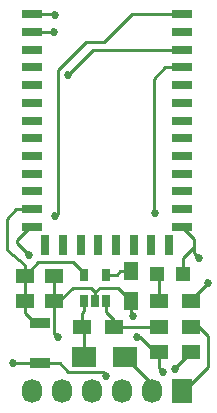
<source format=gtl>
%TF.GenerationSoftware,KiCad,Pcbnew,4.0.7-e2-6376~58~ubuntu16.04.1*%
%TF.CreationDate,2018-01-20T15:49:45+01:00*%
%TF.ProjectId,Modulo_bluetooth,4D6F64756C6F5F626C7565746F6F7468,rev?*%
%TF.FileFunction,Copper,L1,Top,Signal*%
%FSLAX46Y46*%
G04 Gerber Fmt 4.6, Leading zero omitted, Abs format (unit mm)*
G04 Created by KiCad (PCBNEW 4.0.7-e2-6376~58~ubuntu16.04.1) date Sat Jan 20 15:49:45 2018*
%MOMM*%
%LPD*%
G01*
G04 APERTURE LIST*
%ADD10C,0.100000*%
%ADD11R,1.800000X0.800000*%
%ADD12R,0.800000X1.800000*%
%ADD13R,1.727200X2.032000*%
%ADD14O,1.727200X2.032000*%
%ADD15R,1.250000X1.500000*%
%ADD16R,1.500000X1.250000*%
%ADD17R,2.100580X1.699260*%
%ADD18R,1.200000X1.200000*%
%ADD19R,1.500000X1.300000*%
%ADD20R,1.700000X0.900000*%
%ADD21R,0.650000X1.060000*%
%ADD22C,0.685800*%
%ADD23C,0.254000*%
G04 APERTURE END LIST*
D10*
D11*
X2794000Y-1620000D03*
X2794000Y-3120000D03*
X2794000Y-4620000D03*
X2794000Y-6120000D03*
X2794000Y-7620000D03*
X2794000Y-9120000D03*
X2794000Y-10620000D03*
X2794000Y-12120000D03*
X2794000Y-13620000D03*
X2794000Y-15120000D03*
X2794000Y-16620000D03*
X2794000Y-18120000D03*
X2794000Y-19620000D03*
D12*
X3894000Y-21120000D03*
X5394000Y-21120000D03*
X6894000Y-21120000D03*
X8394000Y-21120000D03*
X9894000Y-21120000D03*
X11394000Y-21120000D03*
X12894000Y-21120000D03*
X14394000Y-21120000D03*
D11*
X15494000Y-19620000D03*
X15494000Y-18120000D03*
X15494000Y-16620000D03*
X15494000Y-15120000D03*
X15494000Y-13620000D03*
X15494000Y-12120000D03*
X15494000Y-10620000D03*
X15494000Y-9120000D03*
X15494000Y-7620000D03*
X15494000Y-6120000D03*
X15494000Y-4620000D03*
X15494000Y-3120000D03*
X15494000Y-1620000D03*
D13*
X15494000Y-33528000D03*
D14*
X12954000Y-33528000D03*
X10414000Y-33528000D03*
X7874000Y-33528000D03*
X5334000Y-33528000D03*
X2794000Y-33528000D03*
D15*
X11176000Y-23388000D03*
X11176000Y-25888000D03*
D16*
X2179000Y-23749000D03*
X4679000Y-23749000D03*
X2179000Y-25908000D03*
X4679000Y-25908000D03*
D17*
X10619740Y-30607000D03*
X7160260Y-30607000D03*
D18*
X13378000Y-23622000D03*
X15578000Y-23622000D03*
D19*
X13509000Y-28067000D03*
X16209000Y-28067000D03*
X9732000Y-28067000D03*
X7032000Y-28067000D03*
X13509000Y-30226000D03*
X16209000Y-30226000D03*
X13509000Y-25908000D03*
X16209000Y-25908000D03*
D20*
X3429000Y-31164000D03*
X3429000Y-27764000D03*
D21*
X7178000Y-25865000D03*
X8128000Y-25865000D03*
X9078000Y-25865000D03*
X9078000Y-23665000D03*
X7178000Y-23665000D03*
D22*
X2540000Y-21971000D03*
X4953000Y-28956000D03*
X11303000Y-27178000D03*
X13843000Y-31877000D03*
X11684000Y-28956000D03*
X16891000Y-22225000D03*
X4699000Y-1651000D03*
X4627000Y-3120000D03*
X5842000Y-6731000D03*
X14859000Y-31623000D03*
X9017000Y-32258000D03*
X1143000Y-31115000D03*
X4699000Y-18669000D03*
X17653000Y-24384000D03*
X13208000Y-18415000D03*
D23*
X9078000Y-23665000D02*
X9990000Y-23665000D01*
X10267000Y-23388000D02*
X11176000Y-23388000D01*
X9990000Y-23665000D02*
X10267000Y-23388000D01*
X2794000Y-19620000D02*
X2605000Y-19620000D01*
X2605000Y-19620000D02*
X1524000Y-20701000D01*
X1524000Y-20701000D02*
X1524000Y-20955000D01*
X1524000Y-20955000D02*
X2540000Y-21971000D01*
X4953000Y-28956000D02*
X4679000Y-28682000D01*
X4679000Y-28682000D02*
X4679000Y-25908000D01*
X11176000Y-27051000D02*
X11176000Y-25888000D01*
X11303000Y-27178000D02*
X11176000Y-27051000D01*
X8128000Y-25865000D02*
X8128000Y-25146000D01*
X8128000Y-25146000D02*
X8509000Y-24765000D01*
X8509000Y-24765000D02*
X10053000Y-24765000D01*
X10053000Y-24765000D02*
X11176000Y-25888000D01*
X13843000Y-31877000D02*
X13509000Y-31543000D01*
X13509000Y-31543000D02*
X13509000Y-30226000D01*
X13509000Y-30226000D02*
X13208000Y-30226000D01*
X13208000Y-30226000D02*
X11938000Y-28956000D01*
X11938000Y-28956000D02*
X11684000Y-28956000D01*
X16891000Y-22225000D02*
X16510000Y-21844000D01*
X16510000Y-21844000D02*
X16510000Y-20955000D01*
X15578000Y-23622000D02*
X15578000Y-22268000D01*
X16510000Y-21336000D02*
X16510000Y-20955000D01*
X16510000Y-20955000D02*
X16510000Y-20636000D01*
X15578000Y-22268000D02*
X16510000Y-21336000D01*
X4679000Y-25908000D02*
X5080000Y-25908000D01*
X5080000Y-25908000D02*
X6223000Y-24765000D01*
X7747000Y-24765000D02*
X8128000Y-25146000D01*
X6223000Y-24765000D02*
X7747000Y-24765000D01*
X4679000Y-25908000D02*
X4679000Y-23749000D01*
X16510000Y-20636000D02*
X15494000Y-19620000D01*
X7178000Y-23665000D02*
X7178000Y-23561000D01*
X7178000Y-23561000D02*
X6223000Y-22606000D01*
X6223000Y-22606000D02*
X3322000Y-22606000D01*
X3322000Y-22606000D02*
X2179000Y-23749000D01*
X2179000Y-23749000D02*
X2179000Y-22880000D01*
X1438000Y-18120000D02*
X2794000Y-18120000D01*
X635000Y-18923000D02*
X1438000Y-18120000D01*
X635000Y-21590000D02*
X635000Y-18923000D01*
X2179000Y-22880000D02*
X635000Y-21590000D01*
X2179000Y-25908000D02*
X2179000Y-23749000D01*
X3429000Y-27764000D02*
X2999000Y-27764000D01*
X2999000Y-27764000D02*
X2179000Y-26944000D01*
X2179000Y-26944000D02*
X2179000Y-25908000D01*
X10619740Y-30607000D02*
X10668000Y-30607000D01*
X10668000Y-30607000D02*
X12954000Y-32893000D01*
X12954000Y-32893000D02*
X12954000Y-33528000D01*
X7160260Y-30607000D02*
X7160260Y-28195260D01*
X7160260Y-28195260D02*
X7032000Y-28067000D01*
X7032000Y-28067000D02*
X7032000Y-26877000D01*
X7178000Y-26731000D02*
X7178000Y-25865000D01*
X7032000Y-26877000D02*
X7178000Y-26731000D01*
X13509000Y-25908000D02*
X13509000Y-23753000D01*
X13509000Y-23753000D02*
X13378000Y-23622000D01*
X15494000Y-33528000D02*
X15621000Y-33528000D01*
X15621000Y-33528000D02*
X17653000Y-31496000D01*
X17653000Y-31496000D02*
X17653000Y-28829000D01*
X17653000Y-28829000D02*
X16891000Y-28067000D01*
X16891000Y-28067000D02*
X16209000Y-28067000D01*
X4668000Y-1620000D02*
X2794000Y-1620000D01*
X4699000Y-1651000D02*
X4668000Y-1620000D01*
X4699000Y-3048000D02*
X4627000Y-3120000D01*
X4627000Y-3120000D02*
X4699000Y-3048000D01*
X2794000Y-3120000D02*
X4627000Y-3120000D01*
X7953000Y-4620000D02*
X15494000Y-4620000D01*
X5842000Y-6731000D02*
X7953000Y-4620000D01*
X9732000Y-28067000D02*
X13509000Y-28067000D01*
X9732000Y-28067000D02*
X9732000Y-27512000D01*
X9732000Y-27512000D02*
X9078000Y-26858000D01*
X9078000Y-26858000D02*
X9078000Y-25865000D01*
X15494000Y-1620000D02*
X11207000Y-1620000D01*
X11207000Y-1620000D02*
X8890000Y-3937000D01*
X8890000Y-3937000D02*
X7366000Y-3937000D01*
X7366000Y-3937000D02*
X4953000Y-6350000D01*
X3429000Y-31164000D02*
X5129000Y-31164000D01*
X14986000Y-31449000D02*
X16209000Y-30226000D01*
X14986000Y-31496000D02*
X14986000Y-31449000D01*
X14859000Y-31623000D02*
X14986000Y-31496000D01*
X9017000Y-32131000D02*
X9017000Y-32258000D01*
X8763000Y-31877000D02*
X9017000Y-32131000D01*
X5842000Y-31877000D02*
X8763000Y-31877000D01*
X5129000Y-31164000D02*
X5842000Y-31877000D01*
X1192000Y-31164000D02*
X3429000Y-31164000D01*
X1143000Y-31115000D02*
X1192000Y-31164000D01*
X4826000Y-18669000D02*
X4699000Y-18669000D01*
X4953000Y-18542000D02*
X4826000Y-18669000D01*
X4953000Y-6350000D02*
X4953000Y-18542000D01*
X15494000Y-6120000D02*
X14073000Y-6120000D01*
X17653000Y-24384000D02*
X16209000Y-25828000D01*
X13081000Y-18288000D02*
X13208000Y-18415000D01*
X13081000Y-7112000D02*
X13081000Y-18288000D01*
X14073000Y-6120000D02*
X13081000Y-7112000D01*
X16209000Y-25828000D02*
X16209000Y-25908000D01*
M02*

</source>
